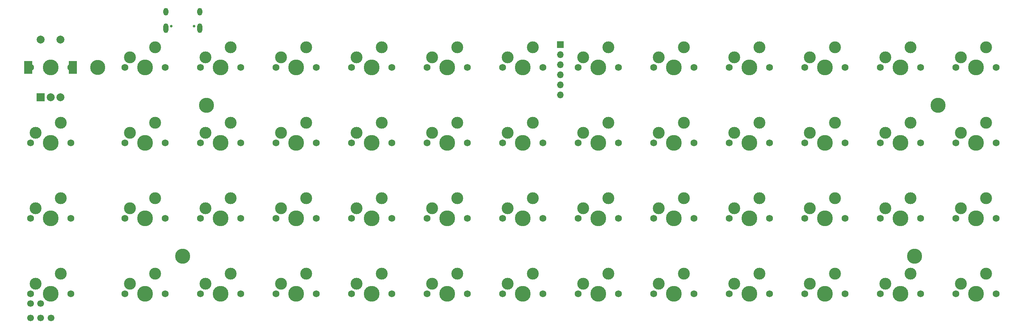
<source format=gts>
G04 #@! TF.GenerationSoftware,KiCad,Pcbnew,(6.0.5-0)*
G04 #@! TF.CreationDate,2022-09-07T06:39:23-05:00*
G04 #@! TF.ProjectId,pcb,7063622e-6b69-4636-9164-5f7063625858,rev?*
G04 #@! TF.SameCoordinates,Original*
G04 #@! TF.FileFunction,Soldermask,Top*
G04 #@! TF.FilePolarity,Negative*
%FSLAX46Y46*%
G04 Gerber Fmt 4.6, Leading zero omitted, Abs format (unit mm)*
G04 Created by KiCad (PCBNEW (6.0.5-0)) date 2022-09-07 06:39:23*
%MOMM*%
%LPD*%
G01*
G04 APERTURE LIST*
%ADD10C,3.000000*%
%ADD11C,1.750000*%
%ADD12C,3.987800*%
%ADD13R,2.000000X2.000000*%
%ADD14C,2.000000*%
%ADD15R,2.000000X3.200000*%
%ADD16C,3.800000*%
%ADD17O,1.700000X1.700000*%
%ADD18R,1.700000X1.700000*%
%ADD19C,0.650000*%
%ADD20O,1.300000X2.400000*%
%ADD21O,1.300000X1.900000*%
%ADD22C,1.700000*%
G04 APERTURE END LIST*
D10*
X121180225Y-50653950D03*
D11*
X119910225Y-53193950D03*
D12*
X124990225Y-53193950D03*
D10*
X127530225Y-48113950D03*
D11*
X130070225Y-53193950D03*
X206270225Y-53193950D03*
D10*
X203730225Y-48113950D03*
X197380225Y-50653950D03*
D11*
X196110225Y-53193950D03*
D12*
X201190225Y-53193950D03*
D11*
X187220225Y-53193950D03*
D10*
X178330225Y-50653950D03*
X184680225Y-48113950D03*
D11*
X177060225Y-53193950D03*
D12*
X182140225Y-53193950D03*
D11*
X168170225Y-53193950D03*
D12*
X163090225Y-53193950D03*
D10*
X165630225Y-48113950D03*
X159280225Y-50653950D03*
D11*
X158010225Y-53193950D03*
X81810225Y-53193950D03*
D12*
X86890225Y-53193950D03*
D10*
X83080225Y-50653950D03*
X89430225Y-48113950D03*
D11*
X91970225Y-53193950D03*
X225320225Y-53193950D03*
D10*
X222780225Y-48113950D03*
D12*
X220240225Y-53193950D03*
D11*
X215160225Y-53193950D03*
D10*
X216430225Y-50653950D03*
D11*
X244370225Y-53193950D03*
D10*
X235480225Y-50653950D03*
X241830225Y-48113950D03*
D11*
X234210225Y-53193950D03*
D12*
X239290225Y-53193950D03*
D11*
X91970225Y-72243950D03*
D12*
X86890225Y-72243950D03*
D10*
X83080225Y-69703950D03*
D11*
X81810225Y-72243950D03*
D10*
X89430225Y-67163950D03*
D11*
X111020225Y-72243950D03*
D10*
X102130225Y-69703950D03*
D11*
X100860225Y-72243950D03*
D10*
X108480225Y-67163950D03*
D12*
X105940225Y-72243950D03*
X144045399Y-72243950D03*
D10*
X146585399Y-67163950D03*
D11*
X138965399Y-72243950D03*
X149125399Y-72243950D03*
D10*
X140235399Y-69703950D03*
X273580225Y-50653950D03*
D12*
X277390225Y-53193950D03*
D10*
X279930225Y-48113950D03*
D11*
X272310225Y-53193950D03*
X282470225Y-53193950D03*
D10*
X165630225Y-67163950D03*
X159280225Y-69703950D03*
D11*
X168170225Y-72243950D03*
X158010225Y-72243950D03*
D12*
X163090225Y-72243950D03*
D11*
X187220225Y-72243950D03*
D12*
X182140225Y-72243950D03*
D11*
X177060225Y-72243950D03*
D10*
X184680225Y-67163950D03*
X178330225Y-69703950D03*
D11*
X196110225Y-72243950D03*
D12*
X201190225Y-72243950D03*
D10*
X203730225Y-67163950D03*
D11*
X206270225Y-72243950D03*
D10*
X197380225Y-69703950D03*
D11*
X111020225Y-110343950D03*
D12*
X105940225Y-110343950D03*
D11*
X100860225Y-110343950D03*
D10*
X108480225Y-105263950D03*
X102130225Y-107803950D03*
D11*
X119910225Y-110343950D03*
D10*
X127530225Y-105263950D03*
D11*
X130070225Y-110343950D03*
D12*
X124990225Y-110343950D03*
D10*
X121180225Y-107803950D03*
X140230225Y-107803950D03*
X146580225Y-105263950D03*
D12*
X144040225Y-110343950D03*
D11*
X149120225Y-110343950D03*
X138960225Y-110343950D03*
D10*
X159280225Y-107803950D03*
D11*
X168170225Y-110343950D03*
D10*
X165630225Y-105263950D03*
D11*
X158010225Y-110343950D03*
D12*
X163090225Y-110343950D03*
X182140225Y-110343950D03*
D11*
X187220225Y-110343950D03*
D10*
X178330225Y-107803950D03*
X184680225Y-105263950D03*
D11*
X177060225Y-110343950D03*
D12*
X220240225Y-110343950D03*
D11*
X225320225Y-110343950D03*
D10*
X222780225Y-105263950D03*
D11*
X215160225Y-110343950D03*
D10*
X216430225Y-107803950D03*
X241830225Y-105263950D03*
X235480225Y-107803950D03*
D11*
X244370225Y-110343950D03*
X234210225Y-110343950D03*
D12*
X239290225Y-110343950D03*
D11*
X253260225Y-110343950D03*
D10*
X254530225Y-107803950D03*
X260880225Y-105263950D03*
D11*
X263420225Y-110343950D03*
D12*
X258340225Y-110343950D03*
D10*
X279930225Y-105263950D03*
D12*
X277390225Y-110343950D03*
D11*
X282470225Y-110343950D03*
X272310225Y-110343950D03*
D10*
X273580225Y-107803950D03*
D11*
X196110225Y-110343950D03*
X206270225Y-110343950D03*
D10*
X203730225Y-105263950D03*
D12*
X201190225Y-110343950D03*
D10*
X197380225Y-107803950D03*
X279930225Y-86213950D03*
D12*
X277390225Y-91293950D03*
D10*
X273580225Y-88753950D03*
D11*
X272310225Y-91293950D03*
X282470225Y-91293950D03*
X253260225Y-91293950D03*
D10*
X260880225Y-86213950D03*
D12*
X258340225Y-91293950D03*
D10*
X254530225Y-88753950D03*
D11*
X263420225Y-91293950D03*
D10*
X216430225Y-88753950D03*
D11*
X215160225Y-91293950D03*
D10*
X222780225Y-86213950D03*
D11*
X225320225Y-91293950D03*
D12*
X220240225Y-91293950D03*
D11*
X187220225Y-91293950D03*
X177060225Y-91293950D03*
D12*
X182140225Y-91293950D03*
D10*
X184680225Y-86213950D03*
X178330225Y-88753950D03*
D11*
X138960225Y-91293950D03*
D10*
X146580225Y-86213950D03*
D11*
X149120225Y-91293950D03*
D12*
X144040225Y-91293950D03*
D10*
X140230225Y-88753950D03*
X83080225Y-88753950D03*
X89430225Y-86213950D03*
D11*
X91970225Y-91293950D03*
X81810225Y-91293950D03*
D12*
X86890225Y-91293950D03*
D11*
X158010225Y-91293950D03*
D10*
X159280225Y-88753950D03*
X165630225Y-86213950D03*
D11*
X168170225Y-91293950D03*
D12*
X163090225Y-91293950D03*
D10*
X298980225Y-67163950D03*
D11*
X301520225Y-72243950D03*
D10*
X292630225Y-69703950D03*
D11*
X291360225Y-72243950D03*
D12*
X296440225Y-72243950D03*
D10*
X127530225Y-86213950D03*
D11*
X130070225Y-91293950D03*
D10*
X121180225Y-88753950D03*
D11*
X119910225Y-91293950D03*
D12*
X124990225Y-91293950D03*
X105940225Y-91293950D03*
D11*
X111020225Y-91293950D03*
D10*
X108480225Y-86213950D03*
X102130225Y-88753950D03*
D11*
X100860225Y-91293950D03*
X263420225Y-72243950D03*
D10*
X260880225Y-67163950D03*
D12*
X258340225Y-72243950D03*
D10*
X254530225Y-69703950D03*
D11*
X253260225Y-72243950D03*
X234210225Y-72243950D03*
D10*
X241830225Y-67163950D03*
D12*
X239290225Y-72243950D03*
D10*
X235480225Y-69703950D03*
D11*
X244370225Y-72243950D03*
D10*
X273580225Y-69703950D03*
D12*
X277390225Y-72243950D03*
D11*
X282470225Y-72243950D03*
D10*
X279930225Y-67163950D03*
D11*
X272310225Y-72243950D03*
D10*
X298980225Y-105263950D03*
D11*
X291360225Y-110343950D03*
D12*
X296440225Y-110343950D03*
D11*
X301520225Y-110343950D03*
D10*
X292630225Y-107803950D03*
X298980225Y-86213950D03*
X292630225Y-88753950D03*
D12*
X296440225Y-91293950D03*
D11*
X301520225Y-91293950D03*
X291360225Y-91293950D03*
D10*
X292630225Y-50653950D03*
D12*
X296440225Y-53193950D03*
D11*
X301520225Y-53193950D03*
X291360225Y-53193950D03*
D10*
X298980225Y-48113950D03*
D13*
X60577713Y-60693958D03*
D14*
X65577713Y-60693958D03*
X63077713Y-60693958D03*
D15*
X57477713Y-53193958D03*
X68677713Y-53193958D03*
D14*
X65577713Y-46193958D03*
X60577713Y-46193958D03*
D10*
X108480225Y-48113950D03*
X102130225Y-50653950D03*
D11*
X111020225Y-53193950D03*
X100860225Y-53193950D03*
D12*
X105940225Y-53193950D03*
X144040225Y-53193950D03*
D11*
X149120225Y-53193950D03*
D10*
X140230225Y-50653950D03*
D11*
X138960225Y-53193950D03*
D10*
X146580225Y-48113950D03*
D12*
X63077713Y-110344006D03*
D10*
X65617713Y-105264006D03*
D11*
X57997713Y-110344006D03*
X68157713Y-110344006D03*
D10*
X59267713Y-107804006D03*
D11*
X57997713Y-72243974D03*
D10*
X59267713Y-69703974D03*
X65617713Y-67163974D03*
D11*
X68157713Y-72243974D03*
D12*
X63077713Y-72243974D03*
D10*
X59267713Y-88753990D03*
X65617713Y-86213990D03*
D11*
X68157713Y-91293990D03*
D12*
X63077713Y-91293990D03*
D11*
X57997713Y-91293990D03*
D12*
X201190225Y-91293950D03*
D10*
X203730225Y-86213950D03*
D11*
X206270225Y-91293950D03*
X196110225Y-91293950D03*
D10*
X197380225Y-88753950D03*
X241830225Y-86213950D03*
D11*
X244370225Y-91293950D03*
D12*
X239290225Y-91293950D03*
D11*
X234210225Y-91293950D03*
D10*
X235480225Y-88753950D03*
D11*
X91970225Y-110343950D03*
D10*
X89430225Y-105263950D03*
D11*
X81810225Y-110343950D03*
D10*
X83080225Y-107803950D03*
D12*
X86890225Y-110343950D03*
D10*
X254530225Y-50653950D03*
X260880225Y-48113950D03*
D11*
X253260225Y-53193950D03*
D12*
X258340225Y-53193950D03*
D11*
X263420225Y-53193950D03*
D10*
X121180225Y-69703950D03*
X127530225Y-67163950D03*
D11*
X119910225Y-72243950D03*
D12*
X124990225Y-72243950D03*
D11*
X130070225Y-72243950D03*
X215160225Y-72243950D03*
D12*
X220240225Y-72243950D03*
D10*
X222780225Y-67163950D03*
D11*
X225320225Y-72243950D03*
D10*
X216430225Y-69703950D03*
D16*
X74983973Y-53193950D03*
X286915393Y-62718958D03*
X280962279Y-100818990D03*
X96415233Y-100818990D03*
X102368363Y-62718958D03*
D11*
X68157713Y-53193958D03*
D12*
X63077713Y-53193958D03*
D11*
X57997713Y-53193958D03*
D17*
X191665313Y-60143950D03*
X191665313Y-49983950D03*
X191665313Y-55063950D03*
X191665313Y-57603950D03*
X191665313Y-52523950D03*
D18*
X191665313Y-47443950D03*
D19*
X93525217Y-42765450D03*
X99305217Y-42765450D03*
D20*
X92115217Y-43316450D03*
X100715217Y-43316450D03*
D21*
X100715217Y-39116450D03*
X92115217Y-39116450D03*
D22*
X58000000Y-116400000D03*
X60600000Y-116400000D03*
X63200000Y-116400000D03*
X58000000Y-112768958D03*
X60600000Y-112768958D03*
M02*

</source>
